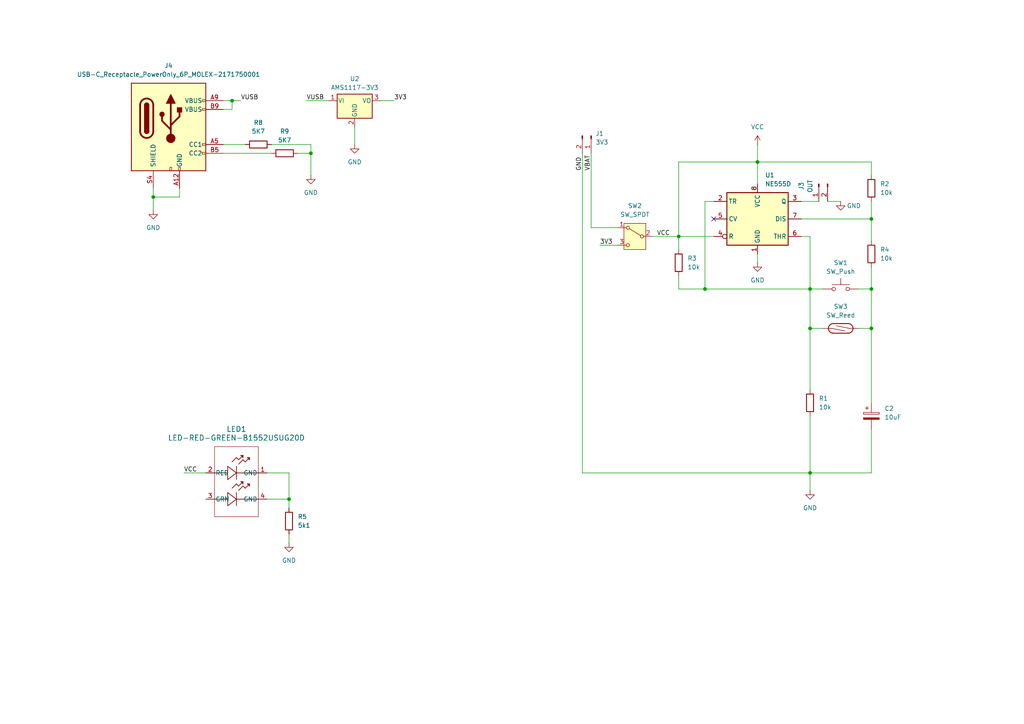
<source format=kicad_sch>
(kicad_sch (version 20231120) (generator "eeschema") (generator_version "8.0")
  (paper "A4")
  (lib_symbols
    (symbol "Alexander Symbol Library:USB-C_Receptacle_PowerOnly_6P_MOLEX-2171750001" (pin_names (offset 1.016))
      (property "Reference" "J" (at 0 16.51 0))
      (property "Value" "USB-C_Receptacle_PowerOnly_6P_MOLEX-2171750001" (at 0 13.97 0))
      (symbol "USB-C_Receptacle_PowerOnly_6P_MOLEX-2171750001_0_0"
        (rectangle (start -0.254 -12.7) (end 0.254 -11.684))
        (rectangle (start 2.286 -12.7) (end 2.794 -11.684))
        (rectangle (start 10.16 -7.366) (end 9.144 -7.874))
        (rectangle (start 10.16 -4.826) (end 9.144 -5.334))
        (rectangle (start 10.16 5.334) (end 9.144 4.826))
        (rectangle (start 10.16 7.874) (end 9.144 7.366))
      )
      (symbol "USB-C_Receptacle_PowerOnly_6P_MOLEX-2171750001_0_1"
        (rectangle (start -11.43 12.7) (end 10.16 -12.7) (stroke (width 0.254)) (fill (type background)))
        (arc (start -8.89 -1.27) (mid -6.985 -3.1667) (end -5.08 -1.27) (stroke (width 0.508)))
        (arc (start -7.62 -1.27) (mid -6.985 -1.9023) (end -6.35 -1.27) (stroke (width 0.254)))
        (arc (start -7.62 -1.27) (mid -6.985 -1.9023) (end -6.35 -1.27) (stroke (width 0.254)) (fill (type outline)))
        (rectangle (start -7.62 -1.27) (end -6.35 6.35) (stroke (width 0.254)) (fill (type outline)))
        (arc (start -6.35 6.35) (mid -6.985 6.9823) (end -7.62 6.35) (stroke (width 0.254)))
        (arc (start -6.35 6.35) (mid -6.985 6.9823) (end -7.62 6.35) (stroke (width 0.254)) (fill (type outline)))
        (arc (start -5.08 6.35) (mid -6.985 8.2467) (end -8.89 6.35) (stroke (width 0.508)))
        (circle (center -2.54 3.683) (radius 0.635) (stroke (width 0.254)) (fill (type outline)))
        (circle (center 0 -3.302) (radius 1.27) (fill (type outline)))
        (polyline (pts (xy -8.89 -1.27) (xy -8.89 6.35)) (stroke (width 0.508)))
        (polyline (pts (xy -5.08 6.35) (xy -5.08 -1.27)) (stroke (width 0.508)))
        (polyline (pts (xy 0 -3.302) (xy 0 6.858)) (stroke (width 0.508)))
        (polyline (pts (xy 0 -0.762) (xy -2.54 1.778) (xy -2.54 3.048)) (stroke (width 0.508)))
        (polyline (pts (xy 0 0.508) (xy 2.54 3.048) (xy 2.54 4.318)) (stroke (width 0.508)))
        (polyline (pts (xy -1.27 6.858) (xy 0 9.398) (xy 1.27 6.858) (xy -1.27 6.858)) (stroke (width 0.254)) (fill (type outline)))
        (rectangle (start 1.905 4.318) (end 3.175 5.588) (stroke (width 0.254)) (fill (type outline)))
      )
      (symbol "USB-C_Receptacle_PowerOnly_6P_MOLEX-2171750001_1_1"
        (pin power_in line (at 2.54 -17.78 90) (length 5.08) (name "GND") (number "A12"))
        (pin bidirectional line (at 15.24 -5.08 180) (length 5.08) (name "CC1") (number "A5"))
        (pin power_out line (at 15.24 7.62 180) (length 5.08) (name "VBUS") (number "A9"))
        (pin power_in line (at 2.54 -17.78 90) (length 5.08) hide (name "GND") (number "B12"))
        (pin bidirectional line (at 15.24 -7.62 180) (length 5.08) (name "CC2") (number "B5"))
        (pin power_out line (at 15.24 5.08 180) (length 5.08) (name "VBUS") (number "B9"))
        (pin passive line (at -5.08 -17.78 90) (length 5.08) hide (name "SHIELD") (number "S1"))
        (pin passive line (at -5.08 -17.78 90) (length 5.08) hide (name "SHIELD") (number "S2"))
        (pin passive line (at -5.08 -17.78 90) (length 5.08) hide (name "SHIELD") (number "S3"))
        (pin passive line (at -5.08 -17.78 90) (length 5.08) (name "SHIELD") (number "S4"))
      )
    )
    (symbol "Alexander_Library_Symbols:LED-RED-GREEN-B1552USUG20D" (pin_names (offset 0.254))
      (property "Reference" "LED" (at 8.89 20.955 0))
      (property "Value" "LED-RED-GREEN-B1552USUG20D" (at 8.89 17.78 0))
      (symbol "LED-RED-GREEN-B1552USUG20D_0_1"
        (polyline (pts (xy 2.54 -12.7) (xy 15.24 -12.7)) (stroke (width 0.127)))
        (polyline (pts (xy 2.54 -7.62) (xy 6.0198 -7.62)) (stroke (width 0.2032)))
        (polyline (pts (xy 2.54 0) (xy 6.0198 0)) (stroke (width 0.2032)))
        (polyline (pts (xy 2.54 7.62) (xy 2.54 -12.7)) (stroke (width 0.127)))
        (polyline (pts (xy 5.715 -7.62) (xy 6.35 -7.62)) (stroke (width 0.2032)))
        (polyline (pts (xy 5.715 0) (xy 6.35 0)) (stroke (width 0.2032)))
        (polyline (pts (xy 6.35 -9.525) (xy 8.89 -7.62)) (stroke (width 0.2032)))
        (polyline (pts (xy 6.35 -5.715) (xy 6.35 -9.525)) (stroke (width 0.2032)))
        (polyline (pts (xy 6.35 -1.905) (xy 8.89 0)) (stroke (width 0.2032)))
        (polyline (pts (xy 6.35 1.905) (xy 6.35 -1.905)) (stroke (width 0.2032)))
        (polyline (pts (xy 7.62 -4.445) (xy 8.89 -3.175)) (stroke (width 0.2032)))
        (polyline (pts (xy 7.62 3.175) (xy 8.89 4.445)) (stroke (width 0.2032)))
        (polyline (pts (xy 8.89 -9.525) (xy 8.89 -5.715)) (stroke (width 0.2032)))
        (polyline (pts (xy 8.89 -7.62) (xy 6.35 -5.715)) (stroke (width 0.2032)))
        (polyline (pts (xy 8.89 -7.62) (xy 15.24 -7.62)) (stroke (width 0.2032)))
        (polyline (pts (xy 8.89 -3.175) (xy 9.525 -3.81)) (stroke (width 0.2032)))
        (polyline (pts (xy 8.89 -1.905) (xy 8.89 1.905)) (stroke (width 0.2032)))
        (polyline (pts (xy 8.89 0) (xy 6.35 1.905)) (stroke (width 0.2032)))
        (polyline (pts (xy 8.89 0) (xy 15.24 0)) (stroke (width 0.2032)))
        (polyline (pts (xy 8.89 4.445) (xy 9.525 3.81)) (stroke (width 0.2032)))
        (polyline (pts (xy 9.525 -5.08) (xy 10.795 -3.81)) (stroke (width 0.2032)))
        (polyline (pts (xy 9.525 -3.81) (xy 10.795 -2.54)) (stroke (width 0.2032)))
        (polyline (pts (xy 9.525 2.54) (xy 10.795 3.81)) (stroke (width 0.2032)))
        (polyline (pts (xy 9.525 3.81) (xy 10.795 5.08)) (stroke (width 0.2032)))
        (polyline (pts (xy 10.16 -2.54) (xy 10.795 -3.175)) (stroke (width 0.2032)))
        (polyline (pts (xy 10.16 5.08) (xy 10.795 4.445)) (stroke (width 0.2032)))
        (polyline (pts (xy 10.795 -3.81) (xy 11.43 -4.445)) (stroke (width 0.2032)))
        (polyline (pts (xy 10.795 -3.175) (xy 10.795 -2.54)) (stroke (width 0.2032)))
        (polyline (pts (xy 10.795 -2.54) (xy 10.16 -2.54)) (stroke (width 0.2032)))
        (polyline (pts (xy 10.795 3.81) (xy 11.43 3.175)) (stroke (width 0.2032)))
        (polyline (pts (xy 10.795 4.445) (xy 10.795 5.08)) (stroke (width 0.2032)))
        (polyline (pts (xy 10.795 5.08) (xy 10.16 5.08)) (stroke (width 0.2032)))
        (polyline (pts (xy 11.43 -4.445) (xy 12.7 -3.175)) (stroke (width 0.2032)))
        (polyline (pts (xy 11.43 3.175) (xy 12.7 4.445)) (stroke (width 0.2032)))
        (polyline (pts (xy 12.065 -3.175) (xy 12.7 -3.81)) (stroke (width 0.2032)))
        (polyline (pts (xy 12.065 4.445) (xy 12.7 3.81)) (stroke (width 0.2032)))
        (polyline (pts (xy 12.7 -3.81) (xy 12.7 -3.175)) (stroke (width 0.2032)))
        (polyline (pts (xy 12.7 -3.175) (xy 12.065 -3.175)) (stroke (width 0.2032)))
        (polyline (pts (xy 12.7 3.81) (xy 12.7 4.445)) (stroke (width 0.2032)))
        (polyline (pts (xy 12.7 4.445) (xy 12.065 4.445)) (stroke (width 0.2032)))
        (polyline (pts (xy 15.24 -12.7) (xy 15.24 7.62)) (stroke (width 0.127)))
        (polyline (pts (xy 15.24 7.62) (xy 2.54 7.62)) (stroke (width 0.127)))
        (pin power_in line (at 17.78 0 180) (length 2.54) (name "GND") (number "1"))
        (pin power_out line (at 0 0 0) (length 2.54) (name "RED") (number "2"))
        (pin power_in line (at 0 -7.62 0) (length 2.54) (name "GRN") (number "3"))
        (pin power_out line (at 17.78 -7.62 180) (length 2.54) (name "GND") (number "4"))
      )
    )
    (symbol "Connector:Conn_01x02_Pin" (pin_names (offset 1.016) hide)
      (property "Reference" "J" (at 0 2.54 0))
      (property "Value" "Conn_01x02_Pin" (at 0 -5.08 0))
      (symbol "Conn_01x02_Pin_1_1"
        (polyline (pts (xy 1.27 -2.54) (xy 0.8636 -2.54)) (stroke (width 0.1524)))
        (polyline (pts (xy 1.27 0) (xy 0.8636 0)) (stroke (width 0.1524)))
        (rectangle (start 0.8636 -2.413) (end 0 -2.667) (stroke (width 0.1524)) (fill (type outline)))
        (rectangle (start 0.8636 0.127) (end 0 -0.127) (stroke (width 0.1524)) (fill (type outline)))
        (pin passive line (at 5.08 0 180) (length 3.81) (name "Pin_1") (number "1"))
        (pin passive line (at 5.08 -2.54 180) (length 3.81) (name "Pin_2") (number "2"))
      )
    )
    (symbol "Device:C_Polarized" (pin_numbers hide) (pin_names (offset 0.254))
      (property "Reference" "C" (at 0.635 2.54 0))
      (property "Value" "C_Polarized" (at 0.635 -2.54 0))
      (symbol "C_Polarized_0_1"
        (rectangle (start -2.286 0.508) (end 2.286 1.016))
        (polyline (pts (xy -1.778 2.286) (xy -0.762 2.286)))
        (polyline (pts (xy -1.27 2.794) (xy -1.27 1.778)))
        (rectangle (start 2.286 -0.508) (end -2.286 -1.016) (fill (type outline)))
      )
      (symbol "C_Polarized_1_1"
        (pin passive line (at 0 3.81 270) (length 2.794) (name "~") (number "1"))
        (pin passive line (at 0 -3.81 90) (length 2.794) (name "~") (number "2"))
      )
    )
    (symbol "Device:R" (pin_numbers hide) (pin_names (offset 0))
      (property "Reference" "R" (at 2.032 0 90))
      (property "Value" "R" (at 0 0 90))
      (symbol "R_0_1"
        (rectangle (start -1.016 -2.54) (end 1.016 2.54) (stroke (width 0.254)))
      )
      (symbol "R_1_1"
        (pin passive line (at 0 3.81 270) (length 1.27) (name "~") (number "1"))
        (pin passive line (at 0 -3.81 90) (length 1.27) (name "~") (number "2"))
      )
    )
    (symbol "GND_1" (power) (pin_numbers hide) (pin_names (offset 0) hide)
      (property "Value" "GND" (at 0 -3.81 0))
      (symbol "GND_1_0_1"
        (polyline (pts (xy 0 0) (xy 0 -1.27) (xy 1.27 -1.27) (xy 0 -2.54) (xy -1.27 -1.27) (xy 0 -1.27)))
      )
      (symbol "GND_1_1_1"
        (pin power_in line (at 0 0 270) (length 0) (name "~") (number "1"))
      )
    )
    (symbol "GND_2" (power) (pin_numbers hide) (pin_names (offset 0) hide)
      (property "Value" "GND" (at 0 -3.81 0))
      (symbol "GND_2_0_1"
        (polyline (pts (xy 0 0) (xy 0 -1.27) (xy 1.27 -1.27) (xy 0 -2.54) (xy -1.27 -1.27) (xy 0 -1.27)))
      )
      (symbol "GND_2_1_1"
        (pin power_in line (at 0 0 270) (length 0) (name "~") (number "1"))
      )
    )
    (symbol "Regulator_Linear:LM78M05_TO220" (pin_names (offset 0.254))
      (property "Reference" "U" (at -3.81 3.175 0))
      (property "Value" "LM78M05_TO220" (at 0 3.175 0))
      (symbol "LM78M05_TO220_0_1"
        (rectangle (start -5.08 1.905) (end 5.08 -5.08) (stroke (width 0.254)) (fill (type background)))
      )
      (symbol "LM78M05_TO220_1_1"
        (pin power_in line (at -7.62 0 0) (length 2.54) (name "VI") (number "1"))
        (pin power_in line (at 0 -7.62 90) (length 2.54) (name "GND") (number "2"))
        (pin power_out line (at 7.62 0 180) (length 2.54) (name "VO") (number "3"))
      )
    )
    (symbol "Switch:SW_Push" (pin_numbers hide) (pin_names (offset 1.016) hide)
      (property "Reference" "SW" (at 1.27 2.54 0))
      (property "Value" "SW_Push" (at 0 -1.524 0))
      (symbol "SW_Push_0_1"
        (circle (center -2.032 0) (radius 0.508))
        (polyline (pts (xy 0 1.27) (xy 0 3.048)))
        (polyline (pts (xy 2.54 1.27) (xy -2.54 1.27)))
        (circle (center 2.032 0) (radius 0.508))
        (pin passive line (at -5.08 0 0) (length 2.54) (name "1") (number "1"))
        (pin passive line (at 5.08 0 180) (length 2.54) (name "2") (number "2"))
      )
    )
    (symbol "Switch:SW_Reed" (pin_numbers hide) (pin_names (offset 0) hide)
      (property "Reference" "SW" (at 0 2.54 0))
      (property "Value" "SW_Reed" (at 0 -2.54 0))
      (symbol "SW_Reed_0_0"
        (arc (start -2.159 1.397) (mid -3.55 0) (end -2.159 -1.397) (stroke (width 0.254)))
        (polyline (pts (xy -2.54 0) (xy 1.27 0.762)))
        (polyline (pts (xy -2.159 -1.397) (xy 2.286 -1.397)) (stroke (width 0.254)))
        (polyline (pts (xy 2.159 1.397) (xy -2.159 1.397)) (stroke (width 0.254)))
        (polyline (pts (xy 2.54 0) (xy -1.27 -0.762)))
        (arc (start 2.159 -1.397) (mid 3.55 0) (end 2.159 1.397) (stroke (width 0.254)))
      )
      (symbol "SW_Reed_1_1"
        (pin passive line (at -5.08 0 0) (length 2.54) (name "1") (number "1"))
        (pin passive line (at 5.08 0 180) (length 2.54) (name "2") (number "2"))
      )
    )
    (symbol "Switch:SW_SPDT" (pin_names (offset 0) hide)
      (property "Reference" "SW" (at 0 5.08 0))
      (property "Value" "SW_SPDT" (at 0 -5.08 0))
      (symbol "SW_SPDT_0_1"
        (circle (center -2.032 0) (radius 0.4572))
        (polyline (pts (xy -1.651 0.254) (xy 1.651 2.286)))
        (circle (center 2.032 -2.54) (radius 0.4572))
        (circle (center 2.032 2.54) (radius 0.4572))
      )
      (symbol "SW_SPDT_1_1"
        (rectangle (start -3.175 3.81) (end 3.175 -3.81) (fill (type background)))
        (pin passive line (at 5.08 2.54 180) (length 2.54) (name "A") (number "1"))
        (pin passive line (at -5.08 0 0) (length 2.54) (name "B") (number "2"))
        (pin passive line (at 5.08 -2.54 180) (length 2.54) (name "C") (number "3"))
      )
    )
    (symbol "Timer:NE555D"
      (property "Reference" "U" (at -10.16 8.89 0))
      (property "Value" "NE555D" (at 2.54 8.89 0))
      (symbol "NE555D_0_0"
        (pin power_in line (at 0 -10.16 90) (length 2.54) (name "GND") (number "1"))
        (pin power_in line (at 0 10.16 270) (length 2.54) (name "VCC") (number "8"))
      )
      (symbol "NE555D_0_1"
        (rectangle (start -8.89 -7.62) (end 8.89 7.62) (stroke (width 0.254)) (fill (type background)))
        (rectangle (start -8.89 -7.62) (end 8.89 7.62) (stroke (width 0.254)) (fill (type background)))
      )
      (symbol "NE555D_1_1"
        (pin input line (at -12.7 5.08 0) (length 3.81) (name "TR") (number "2"))
        (pin output line (at 12.7 5.08 180) (length 3.81) (name "Q") (number "3"))
        (pin input inverted (at -12.7 -5.08 0) (length 3.81) (name "R") (number "4"))
        (pin input line (at -12.7 0 0) (length 3.81) (name "CV") (number "5"))
        (pin input line (at 12.7 -5.08 180) (length 3.81) (name "THR") (number "6"))
        (pin input line (at 12.7 0 180) (length 3.81) (name "DIS") (number "7"))
      )
    )
    (symbol "power:GND" (power) (pin_names (offset 0))
      (property "Value" "GND" (at 0 -3.81 0))
      (symbol "GND_0_1"
        (polyline (pts (xy 0 0) (xy 0 -1.27) (xy 1.27 -1.27) (xy 0 -2.54) (xy -1.27 -1.27) (xy 0 -1.27)))
      )
      (symbol "GND_1_1"
        (pin power_in line (at 0 0 270) (length 0) hide (name "GND") (number "1"))
      )
    )
    (symbol "power:VCC" (power) (pin_numbers hide) (pin_names (offset 0) hide)
      (property "Value" "VCC" (at 0 3.556 0))
      (symbol "VCC_0_1"
        (polyline (pts (xy -0.762 1.27) (xy 0 2.54)))
        (polyline (pts (xy 0 0) (xy 0 2.54)))
        (polyline (pts (xy 0 2.54) (xy 0.762 1.27)))
      )
      (symbol "VCC_1_1"
        (pin power_in line (at 0 0 90) (length 0) (name "~") (number "1"))
      )
    )
  )
  (junction (at 252.73 95.25))
  (junction (at 83.82 144.78))
  (junction (at 234.95 95.25))
  (junction (at 252.73 83.82))
  (junction (at 196.85 68.58))
  (junction (at 234.95 83.82))
  (junction (at 44.45 57.15))
  (junction (at 219.71 46.99))
  (junction (at 90.17 44.45))
  (junction (at 67.31 29.21))
  (junction (at 204.47 83.82))
  (junction (at 234.95 137.16))
  (junction (at 252.73 63.5))
  (no_connect (at 207.01 63.5))
  (wire (pts (xy 196.85 68.58) (xy 196.85 72.39)))
  (wire (pts (xy 248.92 95.25) (xy 252.73 95.25)))
  (wire (pts (xy 64.77 31.75) (xy 67.31 31.75)))
  (wire (pts (xy 252.73 124.46) (xy 252.73 137.16)))
  (wire (pts (xy 171.45 44.45) (xy 171.45 66.04)))
  (wire (pts (xy 102.87 36.83) (xy 102.87 41.91)))
  (wire (pts (xy 234.95 137.16) (xy 252.73 137.16)))
  (wire (pts (xy 44.45 57.15) (xy 44.45 60.96)))
  (wire (pts (xy 168.91 137.16) (xy 168.91 44.45)))
  (wire (pts (xy 234.95 137.16) (xy 234.95 142.24)))
  (wire (pts (xy 252.73 95.25) (xy 252.73 116.84)))
  (wire (pts (xy 53.34 137.16) (xy 59.69 137.16)))
  (wire (pts (xy 67.31 29.21) (xy 69.85 29.21)))
  (wire (pts (xy 52.07 57.15) (xy 44.45 57.15)))
  (wire (pts (xy 252.73 58.42) (xy 252.73 63.5)))
  (wire (pts (xy 64.77 29.21) (xy 67.31 29.21)))
  (wire (pts (xy 252.73 46.99) (xy 252.73 50.8)))
  (wire (pts (xy 83.82 144.78) (xy 83.82 147.32)))
  (wire (pts (xy 234.95 120.65) (xy 234.95 137.16)))
  (wire (pts (xy 240.03 58.42) (xy 243.84 58.42)))
  (wire (pts (xy 90.17 41.91) (xy 90.17 44.45)))
  (wire (pts (xy 219.71 46.99) (xy 252.73 46.99)))
  (wire (pts (xy 196.85 80.01) (xy 196.85 83.82)))
  (wire (pts (xy 234.95 68.58) (xy 232.41 68.58)))
  (wire (pts (xy 219.71 73.66) (xy 219.71 76.2)))
  (wire (pts (xy 64.77 41.91) (xy 71.12 41.91)))
  (wire (pts (xy 234.95 68.58) (xy 234.95 83.82)))
  (wire (pts (xy 196.85 68.58) (xy 207.01 68.58)))
  (wire (pts (xy 234.95 83.82) (xy 238.76 83.82)))
  (wire (pts (xy 77.47 144.78) (xy 83.82 144.78)))
  (wire (pts (xy 110.49 29.21) (xy 114.3 29.21)))
  (wire (pts (xy 234.95 83.82) (xy 234.95 95.25)))
  (wire (pts (xy 83.82 154.94) (xy 83.82 157.48)))
  (wire (pts (xy 86.36 44.45) (xy 90.17 44.45)))
  (wire (pts (xy 83.82 137.16) (xy 83.82 144.78)))
  (wire (pts (xy 64.77 44.45) (xy 78.74 44.45)))
  (wire (pts (xy 78.74 41.91) (xy 90.17 41.91)))
  (wire (pts (xy 90.17 44.45) (xy 90.17 50.8)))
  (wire (pts (xy 232.41 63.5) (xy 252.73 63.5)))
  (wire (pts (xy 252.73 63.5) (xy 252.73 69.85)))
  (wire (pts (xy 196.85 83.82) (xy 204.47 83.82)))
  (wire (pts (xy 189.23 68.58) (xy 196.85 68.58)))
  (wire (pts (xy 248.92 83.82) (xy 252.73 83.82)))
  (wire (pts (xy 252.73 83.82) (xy 252.73 95.25)))
  (wire (pts (xy 219.71 46.99) (xy 219.71 53.34)))
  (wire (pts (xy 204.47 58.42) (xy 204.47 83.82)))
  (wire (pts (xy 77.47 137.16) (xy 83.82 137.16)))
  (wire (pts (xy 168.91 137.16) (xy 234.95 137.16)))
  (wire (pts (xy 234.95 95.25) (xy 238.76 95.25)))
  (wire (pts (xy 204.47 58.42) (xy 207.01 58.42)))
  (wire (pts (xy 52.07 54.61) (xy 52.07 57.15)))
  (wire (pts (xy 196.85 46.99) (xy 219.71 46.99)))
  (wire (pts (xy 88.9 29.21) (xy 95.25 29.21)))
  (wire (pts (xy 219.71 41.91) (xy 219.71 46.99)))
  (wire (pts (xy 232.41 58.42) (xy 237.49 58.42)))
  (wire (pts (xy 44.45 54.61) (xy 44.45 57.15)))
  (wire (pts (xy 171.45 66.04) (xy 179.07 66.04)))
  (wire (pts (xy 204.47 83.82) (xy 234.95 83.82)))
  (wire (pts (xy 234.95 95.25) (xy 234.95 113.03)))
  (wire (pts (xy 67.31 31.75) (xy 67.31 29.21)))
  (wire (pts (xy 173.99 71.12) (xy 179.07 71.12)))
  (wire (pts (xy 252.73 77.47) (xy 252.73 83.82)))
  (wire (pts (xy 196.85 46.99) (xy 196.85 68.58)))
  (label "VUSB" (at 88.9 29.21 0))
  (label "VCC" (at 190.5 68.58 0))
  (label "3V3" (at 114.3 29.21 0))
  (label "GND" (at 168.91 49.53 90))
  (label "VBAT" (at 171.45 49.53 90))
  (label "VCC" (at 53.34 137.16 0))
  (label "VUSB" (at 69.85 29.21 0))
  (label "3V3" (at 173.99 71.12 0))
  (symbol (lib_id "power:GND") (at 234.95 142.24 0) (unit 1)
    (property "Reference" "#PWR01" (effects (hide yes)))
    (property "Value" "GND" (at 234.95 147.32 0))
  )
  (symbol (lib_id "power:GND") (at 243.84 58.42 0) (unit 1)
    (property "Reference" "#PWR03" (effects (hide yes)))
    (property "Value" "GND" (at 247.65 59.69 0))
  )
  (symbol (lib_id "Timer:NE555D") (at 219.71 63.5 0) (unit 1)
    (property "Reference" "U1" (at 221.9041 50.8 0) (effects (justify left)))
    (property "Value" "NE555D" (at 221.9041 53.34 0) (effects (justify left)))
    (property "Footprint" "Package_DIP:DIP-8_W7.62mm" (effects (hide yes)))
    (property "Datasheet" "http://www.ti.com/lit/ds/symlink/ne555.pdf" (effects (hide yes)))
  )
  (symbol (lib_name "GND_1") (lib_id "power:GND") (at 219.71 76.2 0) (unit 1)
    (property "Reference" "#PWR04" (effects (hide yes)))
    (property "Value" "GND" (at 219.71 81.28 0))
    (property "Description" "Power symbol creates a global label with name \"GND\" , ground" (effects (hide yes)))
  )
  (symbol (lib_id "power:GND") (at 102.87 41.91 0) (unit 1)
    (property "Reference" "#PWR05" (effects (hide yes)))
    (property "Value" "GND" (at 102.87 46.99 0))
    (property "Description" "Power symbol creates a global label with name \"GND\" , ground" (effects (hide yes)))
  )
  (symbol (lib_id "Switch:SW_SPDT") (at 184.15 68.58 0) (mirror y) (unit 1)
    (property "Reference" "SW2" (at 184.15 59.69 0))
    (property "Value" "SW_SPDT" (at 184.15 62.23 0))
    (property "Footprint" "Connector_PinHeader_2.54mm:PinHeader_1x03_P2.54mm_Vertical" (effects (hide yes)))
  )
  (symbol (lib_id "Device:R") (at 234.95 116.84 0) (unit 1)
    (property "Reference" "R1" (at 237.49 115.57 0) (effects (justify left)))
    (property "Value" "10k" (at 237.49 118.11 0) (effects (justify left)))
    (property "Footprint" "Resistor_THT:R_Axial_DIN0204_L3.6mm_D1.6mm_P2.54mm_Vertical" (effects (hide yes)))
  )
  (symbol (lib_name "GND_1") (lib_id "power:GND") (at 44.45 60.96 0) (unit 1)
    (property "Reference" "#PWR09" (effects (hide yes)))
    (property "Value" "GND" (at 44.45 66.04 0))
    (property "Description" "Power symbol creates a global label with name \"GND\" , ground" (effects (hide yes)))
  )
  (symbol (lib_id "power:VCC") (at 219.71 41.91 0) (unit 1)
    (property "Reference" "#PWR02" (effects (hide yes)))
    (property "Value" "VCC" (at 219.71 36.83 0))
    (property "Description" "Power symbol creates a global label with name \"VCC\"" (effects (hide yes)))
  )
  (symbol (lib_name "GND_2") (lib_id "power:GND") (at 90.17 50.8 0) (unit 1)
    (property "Reference" "#PWR010" (effects (hide yes)))
    (property "Value" "GND" (at 90.17 55.88 0))
    (property "Description" "Power symbol creates a global label with name \"GND\" , ground" (effects (hide yes)))
  )
  (symbol (lib_id "Device:R") (at 252.73 54.61 0) (unit 1)
    (property "Reference" "R2" (at 255.27 53.34 0) (effects (justify left)))
    (property "Value" "10k" (at 255.27 55.88 0) (effects (justify left)))
    (property "Footprint" "Resistor_THT:R_Axial_DIN0204_L3.6mm_D1.6mm_P2.54mm_Vertical" (effects (hide yes)))
  )
  (symbol (lib_id "power:GND") (at 83.82 157.48 0) (unit 1)
    (property "Reference" "#PWR06" (effects (hide yes)))
    (property "Value" "GND" (at 83.82 162.56 0))
    (property "Description" "Power symbol creates a global label with name \"GND\" , ground" (effects (hide yes)))
  )
  (symbol (lib_id "Device:C_Polarized") (at 252.73 120.65 0) (unit 1)
    (property "Reference" "C2" (at 256.54 118.491 0) (effects (justify left)))
    (property "Value" "10uF" (at 256.54 121.031 0) (effects (justify left)))
    (property "Footprint" "Capacitor_THT:CP_Radial_D5.0mm_P2.50mm" (effects (hide yes)))
  )
  (symbol (lib_id "Device:R") (at 252.73 73.66 0) (unit 1)
    (property "Reference" "R4" (at 255.27 72.39 0) (effects (justify left)))
    (property "Value" "10k" (at 255.27 74.93 0) (effects (justify left)))
    (property "Footprint" "Resistor_THT:R_Axial_DIN0204_L3.6mm_D1.6mm_P2.54mm_Vertical" (effects (hide yes)))
  )
  (symbol (lib_id "Device:R") (at 74.93 41.91 270) (unit 1)
    (property "Reference" "R8" (at 74.93 35.56 90))
    (property "Value" "5K7" (at 74.93 38.1 90))
    (property "Footprint" "Resistor_SMD:R_1206_3216Metric_Pad1.30x1.75mm_HandSolder" (effects (hide yes)))
    (property "Description" "Resistor" (effects (hide yes)))
  )
  (symbol (lib_id "Connector:Conn_01x02_Pin") (at 237.49 53.34 90) (mirror x) (unit 1)
    (property "Reference" "J3" (at 232.41 53.975 0))
    (property "Value" "OUT" (at 234.95 53.975 0))
    (property "Footprint" "Connector_PinHeader_2.54mm:PinHeader_1x02_P2.54mm_Vertical" (effects (hide yes)))
  )
  (symbol (lib_id "Device:R") (at 83.82 151.13 180) (unit 1)
    (property "Reference" "R5" (at 86.36 149.8599 0) (effects (justify right)))
    (property "Value" "5k1" (at 86.36 152.3999 0) (effects (justify right)))
    (property "Footprint" "Resistor_SMD:R_1206_3216Metric_Pad1.30x1.75mm_HandSolder" (effects (hide yes)))
    (property "Description" "Resistor" (effects (hide yes)))
  )
  (symbol (lib_id "Device:R") (at 82.55 44.45 270) (unit 1)
    (property "Reference" "R9" (at 82.55 38.1 90))
    (property "Value" "5K7" (at 82.55 40.64 90))
    (property "Footprint" "Resistor_SMD:R_1206_3216Metric_Pad1.30x1.75mm_HandSolder" (effects (hide yes)))
    (property "Description" "Resistor" (effects (hide yes)))
  )
  (symbol (lib_id "Device:R") (at 196.85 76.2 0) (unit 1)
    (property "Reference" "R3" (at 199.39 74.93 0) (effects (justify left)))
    (property "Value" "10k" (at 199.39 77.47 0) (effects (justify left)))
    (property "Footprint" "Resistor_THT:R_Axial_DIN0204_L3.6mm_D1.6mm_P2.54mm_Vertical" (effects (hide yes)))
  )
  (symbol (lib_id "Switch:SW_Reed") (at 243.84 95.25 0) (mirror y) (unit 1)
    (property "Reference" "SW3" (at 243.84 88.9 0))
    (property "Value" "SW_Reed" (at 243.84 91.44 0))
    (property "Footprint" "Connector_PinHeader_2.54mm:PinHeader_1x02_P2.54mm_Vertical" (effects (hide yes)))
  )
  (symbol (lib_id "Switch:SW_Push") (at 243.84 83.82 0) (unit 1)
    (property "Reference" "SW1" (at 243.84 76.2 0))
    (property "Value" "SW_Push" (at 243.84 78.74 0))
    (property "Footprint" "Button_Switch_THT:SW_PUSH_6mm" (effects (hide yes)))
  )
  (symbol (lib_id "Alexander_Library_Symbols:LED-RED-GREEN-B1552USUG20D") (at 59.69 137.16 0) (unit 1)
    (property "Reference" "LED1" (at 68.58 124.46 0) (effects (font (size 1.524 1.524))))
    (property "Value" "LED-RED-GREEN-B1552USUG20D" (at 68.58 127 0) (effects (font (size 1.524 1.524))))
    (property "Footprint" "Alexander Footprint Library:B1552_HVK-M" (effects (hide yes)))
    (property "Datasheet" "B1552USUG20D000113U1930" (effects (hide yes)))
  )
  (symbol (lib_id "Regulator_Linear:LM78M05_TO220") (at 102.87 29.21 0) (unit 1)
    (property "Reference" "U2" (at 102.87 22.86 0))
    (property "Value" "AMS1117-3V3" (at 102.87 25.4 0))
    (property "Footprint" "Package_TO_SOT_SMD:SOT-223-3_TabPin2" (effects (hide yes)))
    (property "Datasheet" "https://www.onsemi.com/pub/Collateral/MC78M00-D.PDF" (effects (hide yes)))
  )
  (symbol (lib_id "Alexander Symbol Library:USB-C_Receptacle_PowerOnly_6P_MOLEX-2171750001") (at 49.53 36.83 0) (unit 1)
    (property "Reference" "J4" (at 48.895 19.05 0))
    (property "Value" "USB-C_Receptacle_PowerOnly_6P_MOLEX-2171750001" (at 48.895 21.59 0))
    (property "Footprint" "Alexander Footprint Library:USB-C MOLEX 2171750001" (effects (hide yes)))
    (property "Description" "USB Power-Only 6P Type-C Receptacle connector" (effects (hide yes)))
  )
  (symbol (lib_id "Connector:Conn_01x02_Pin") (at 171.45 39.37 270) (unit 1)
    (property "Reference" "J1" (at 172.72 38.735 90) (effects (justify left)))
    (property "Value" "3V3" (at 172.72 41.275 90) (effects (justify left)))
    (property "Footprint" "Connector_PinHeader_2.54mm:PinHeader_1x02_P2.54mm_Vertical" (effects (hide yes)))
  )
)
</source>
